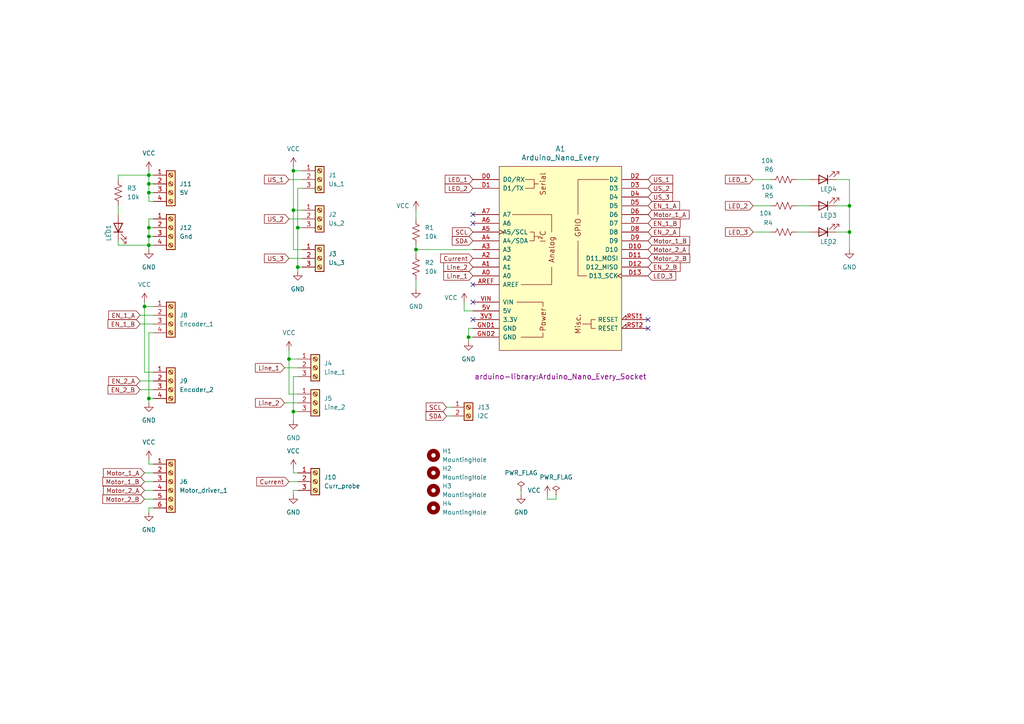
<source format=kicad_sch>
(kicad_sch (version 20231120) (generator "eeschema") (generator_version "8.0")
  (paper "A4")
  (lib_symbols
    (symbol "Connector:Screw_Terminal_01x02" (pin_names (offset 1.016) hide)
      (property "Reference" "J" (at 0 2.54 0))
      (property "Value" "Screw_Terminal_01x02" (at 0 -5.08 0))
      (symbol "Screw_Terminal_01x02_1_1"
        (rectangle (start -1.27 1.27) (end 1.27 -3.81) (stroke (width 0.254)) (fill (type background)))
        (circle (center 0 -2.54) (radius 0.635) (stroke (width 0.1524)))
        (polyline (pts (xy -0.5334 -2.2098) (xy 0.3302 -3.048)) (stroke (width 0.1524)))
        (polyline (pts (xy -0.5334 0.3302) (xy 0.3302 -0.508)) (stroke (width 0.1524)))
        (polyline (pts (xy -0.3556 -2.032) (xy 0.508 -2.8702)) (stroke (width 0.1524)))
        (polyline (pts (xy -0.3556 0.508) (xy 0.508 -0.3302)) (stroke (width 0.1524)))
        (circle (center 0 0) (radius 0.635) (stroke (width 0.1524)))
        (pin passive line (at -5.08 0 0) (length 3.81) (name "Pin_1") (number "1"))
        (pin passive line (at -5.08 -2.54 0) (length 3.81) (name "Pin_2") (number "2"))
      )
    )
    (symbol "Connector:Screw_Terminal_01x03" (pin_names (offset 1.016) hide)
      (property "Reference" "J" (at 0 5.08 0))
      (property "Value" "Screw_Terminal_01x03" (at 0 -5.08 0))
      (symbol "Screw_Terminal_01x03_1_1"
        (rectangle (start -1.27 3.81) (end 1.27 -3.81) (stroke (width 0.254)) (fill (type background)))
        (circle (center 0 -2.54) (radius 0.635) (stroke (width 0.1524)))
        (polyline (pts (xy -0.5334 -2.2098) (xy 0.3302 -3.048)) (stroke (width 0.1524)))
        (polyline (pts (xy -0.5334 0.3302) (xy 0.3302 -0.508)) (stroke (width 0.1524)))
        (polyline (pts (xy -0.5334 2.8702) (xy 0.3302 2.032)) (stroke (width 0.1524)))
        (polyline (pts (xy -0.3556 -2.032) (xy 0.508 -2.8702)) (stroke (width 0.1524)))
        (polyline (pts (xy -0.3556 0.508) (xy 0.508 -0.3302)) (stroke (width 0.1524)))
        (polyline (pts (xy -0.3556 3.048) (xy 0.508 2.2098)) (stroke (width 0.1524)))
        (circle (center 0 0) (radius 0.635) (stroke (width 0.1524)))
        (circle (center 0 2.54) (radius 0.635) (stroke (width 0.1524)))
        (pin passive line (at -5.08 2.54 0) (length 3.81) (name "Pin_1") (number "1"))
        (pin passive line (at -5.08 0 0) (length 3.81) (name "Pin_2") (number "2"))
        (pin passive line (at -5.08 -2.54 0) (length 3.81) (name "Pin_3") (number "3"))
      )
    )
    (symbol "Connector:Screw_Terminal_01x04" (pin_names (offset 1.016) hide)
      (property "Reference" "J" (at 0 5.08 0))
      (property "Value" "Screw_Terminal_01x04" (at 0 -7.62 0))
      (symbol "Screw_Terminal_01x04_1_1"
        (rectangle (start -1.27 3.81) (end 1.27 -6.35) (stroke (width 0.254)) (fill (type background)))
        (circle (center 0 -5.08) (radius 0.635) (stroke (width 0.1524)))
        (circle (center 0 -2.54) (radius 0.635) (stroke (width 0.1524)))
        (polyline (pts (xy -0.5334 -4.7498) (xy 0.3302 -5.588)) (stroke (width 0.1524)))
        (polyline (pts (xy -0.5334 -2.2098) (xy 0.3302 -3.048)) (stroke (width 0.1524)))
        (polyline (pts (xy -0.5334 0.3302) (xy 0.3302 -0.508)) (stroke (width 0.1524)))
        (polyline (pts (xy -0.5334 2.8702) (xy 0.3302 2.032)) (stroke (width 0.1524)))
        (polyline (pts (xy -0.3556 -4.572) (xy 0.508 -5.4102)) (stroke (width 0.1524)))
        (polyline (pts (xy -0.3556 -2.032) (xy 0.508 -2.8702)) (stroke (width 0.1524)))
        (polyline (pts (xy -0.3556 0.508) (xy 0.508 -0.3302)) (stroke (width 0.1524)))
        (polyline (pts (xy -0.3556 3.048) (xy 0.508 2.2098)) (stroke (width 0.1524)))
        (circle (center 0 0) (radius 0.635) (stroke (width 0.1524)))
        (circle (center 0 2.54) (radius 0.635) (stroke (width 0.1524)))
        (pin passive line (at -5.08 2.54 0) (length 3.81) (name "Pin_1") (number "1"))
        (pin passive line (at -5.08 0 0) (length 3.81) (name "Pin_2") (number "2"))
        (pin passive line (at -5.08 -2.54 0) (length 3.81) (name "Pin_3") (number "3"))
        (pin passive line (at -5.08 -5.08 0) (length 3.81) (name "Pin_4") (number "4"))
      )
    )
    (symbol "Connector:Screw_Terminal_01x06" (pin_names (offset 1.016) hide)
      (property "Reference" "J" (at 0 7.62 0))
      (property "Value" "Screw_Terminal_01x06" (at 0 -10.16 0))
      (symbol "Screw_Terminal_01x06_1_1"
        (rectangle (start -1.27 6.35) (end 1.27 -8.89) (stroke (width 0.254)) (fill (type background)))
        (circle (center 0 -7.62) (radius 0.635) (stroke (width 0.1524)))
        (circle (center 0 -5.08) (radius 0.635) (stroke (width 0.1524)))
        (circle (center 0 -2.54) (radius 0.635) (stroke (width 0.1524)))
        (polyline (pts (xy -0.5334 -7.2898) (xy 0.3302 -8.128)) (stroke (width 0.1524)))
        (polyline (pts (xy -0.5334 -4.7498) (xy 0.3302 -5.588)) (stroke (width 0.1524)))
        (polyline (pts (xy -0.5334 -2.2098) (xy 0.3302 -3.048)) (stroke (width 0.1524)))
        (polyline (pts (xy -0.5334 0.3302) (xy 0.3302 -0.508)) (stroke (width 0.1524)))
        (polyline (pts (xy -0.5334 2.8702) (xy 0.3302 2.032)) (stroke (width 0.1524)))
        (polyline (pts (xy -0.5334 5.4102) (xy 0.3302 4.572)) (stroke (width 0.1524)))
        (polyline (pts (xy -0.3556 -7.112) (xy 0.508 -7.9502)) (stroke (width 0.1524)))
        (polyline (pts (xy -0.3556 -4.572) (xy 0.508 -5.4102)) (stroke (width 0.1524)))
        (polyline (pts (xy -0.3556 -2.032) (xy 0.508 -2.8702)) (stroke (width 0.1524)))
        (polyline (pts (xy -0.3556 0.508) (xy 0.508 -0.3302)) (stroke (width 0.1524)))
        (polyline (pts (xy -0.3556 3.048) (xy 0.508 2.2098)) (stroke (width 0.1524)))
        (polyline (pts (xy -0.3556 5.588) (xy 0.508 4.7498)) (stroke (width 0.1524)))
        (circle (center 0 0) (radius 0.635) (stroke (width 0.1524)))
        (circle (center 0 2.54) (radius 0.635) (stroke (width 0.1524)))
        (circle (center 0 5.08) (radius 0.635) (stroke (width 0.1524)))
        (pin passive line (at -5.08 5.08 0) (length 3.81) (name "Pin_1") (number "1"))
        (pin passive line (at -5.08 2.54 0) (length 3.81) (name "Pin_2") (number "2"))
        (pin passive line (at -5.08 0 0) (length 3.81) (name "Pin_3") (number "3"))
        (pin passive line (at -5.08 -2.54 0) (length 3.81) (name "Pin_4") (number "4"))
        (pin passive line (at -5.08 -5.08 0) (length 3.81) (name "Pin_5") (number "5"))
        (pin passive line (at -5.08 -7.62 0) (length 3.81) (name "Pin_6") (number "6"))
      )
    )
    (symbol "Device:R_US" (pin_numbers hide) (pin_names (offset 0))
      (property "Reference" "R" (at 2.54 0 90))
      (property "Value" "R_US" (at -2.54 0 90))
      (symbol "R_US_0_1"
        (polyline (pts (xy 0 -2.286) (xy 0 -2.54)))
        (polyline (pts (xy 0 2.286) (xy 0 2.54)))
        (polyline (pts (xy 0 -0.762) (xy 1.016 -1.143) (xy 0 -1.524) (xy -1.016 -1.905) (xy 0 -2.286)))
        (polyline (pts (xy 0 0.762) (xy 1.016 0.381) (xy 0 0) (xy -1.016 -0.381) (xy 0 -0.762)))
        (polyline (pts (xy 0 2.286) (xy 1.016 1.905) (xy 0 1.524) (xy -1.016 1.143) (xy 0 0.762)))
      )
      (symbol "R_US_1_1"
        (pin passive line (at 0 3.81 270) (length 1.27) (name "~") (number "1"))
        (pin passive line (at 0 -3.81 90) (length 1.27) (name "~") (number "2"))
      )
    )
    (symbol "LED:IR26-21C_L110_TR8" (pin_numbers hide) (pin_names (offset 1.016) hide)
      (property "Reference" "D" (at 0 2.54 0))
      (property "Value" "IR26-21C_L110_TR8" (at 0 -3.81 0))
      (symbol "IR26-21C_L110_TR8_0_1"
        (polyline (pts (xy -1.27 -1.27) (xy -1.27 1.27)) (stroke (width 0.254)))
        (polyline (pts (xy -1.27 0) (xy 1.27 0)))
        (polyline (pts (xy 1.27 -1.27) (xy 1.27 1.27) (xy -1.27 0) (xy 1.27 -1.27)) (stroke (width 0.254)))
        (polyline (pts (xy -3.048 -0.762) (xy -4.572 -2.286) (xy -3.81 -2.286) (xy -4.572 -2.286) (xy -4.572 -1.524)))
        (polyline (pts (xy -1.778 -0.762) (xy -3.302 -2.286) (xy -2.54 -2.286) (xy -3.302 -2.286) (xy -3.302 -1.524)))
      )
      (symbol "IR26-21C_L110_TR8_1_1"
        (pin passive line (at -3.81 0 0) (length 2.54) (name "K") (number "1"))
        (pin passive line (at 3.81 0 180) (length 2.54) (name "A") (number "2"))
      )
    )
    (symbol "Mechanical:MountingHole" (pin_names (offset 1.016))
      (property "Reference" "H" (at 0 5.08 0))
      (property "Value" "MountingHole" (at 0 3.175 0))
      (symbol "MountingHole_0_1"
        (circle (center 0 0) (radius 1.27) (stroke (width 1.27)))
      )
    )
    (symbol "arduino-library:Arduino_Nano_Every_Tile" (pin_names (offset 1.016))
      (property "Reference" "A" (at 0 33.02 0))
      (property "Value" "Arduino_Nano_Every_Tile" (at 0 29.21 0))
      (symbol "Arduino_Nano_Every_Tile_0_0"
        (rectangle (start -17.78 26.67) (end 17.78 -26.67) (fill (type background)))
        (polyline (pts (xy -7.62 6.35) (xy -6.35 6.35)))
        (polyline (pts (xy -7.62 21.59) (xy -6.35 21.59)))
        (polyline (pts (xy 8.89 -19.05) (xy 6.35 -19.05)))
        (polyline (pts (xy -11.43 -22.86) (xy -5.08 -22.86) (xy -5.08 -21.59)))
        (polyline (pts (xy -5.08 -13.97) (xy -5.08 -12.7) (xy -12.7 -12.7)))
        (polyline (pts (xy -10.16 22.86) (xy -7.62 22.86) (xy -7.62 20.32) (xy -10.16 20.32)))
        (polyline (pts (xy -8.89 7.62) (xy -7.62 7.62) (xy -7.62 5.08) (xy -8.89 5.08)))
        (text "Analog" (at -2.54 2.54 900) (effects (font (size 1.524 1.524))))
        (text "I²C" (at -5.08 6.35 900) (effects (font (size 1.524 1.524))))
        (text "Misc." (at 5.08 -19.05 900) (effects (font (size 1.524 1.524))))
        (text "Power" (at -5.08 -17.78 900) (effects (font (size 1.524 1.524))))
        (text "Serial" (at -5.08 21.59 900) (effects (font (size 1.524 1.524))))
      )
      (symbol "Arduino_Nano_Every_Tile_0_1"
        (polyline (pts (xy -13.97 12.7) (xy -2.54 12.7) (xy -2.54 7.62)))
        (polyline (pts (xy -11.43 -7.62) (xy -2.54 -7.62) (xy -2.54 -2.54)))
        (polyline (pts (xy 7.62 -5.08) (xy 5.08 -5.08) (xy 5.08 5.08)))
        (polyline (pts (xy 13.97 22.86) (xy 5.08 22.86) (xy 5.08 12.7)))
        (polyline (pts (xy 10.16 -17.78) (xy 8.89 -17.78) (xy 8.89 -20.32) (xy 10.16 -20.32)))
      )
      (symbol "Arduino_Nano_Every_Tile_1_0"
        (text "GPIO" (at 5.08 8.89 900) (effects (font (size 1.524 1.524))))
      )
      (symbol "Arduino_Nano_Every_Tile_1_1"
        (pin power_out line (at -25.4 -17.78 0) (length 7.62) (name "3.3V") (number "3V3"))
        (pin power_in line (at -25.4 -15.24 0) (length 7.62) (name "5V") (number "5V"))
        (pin bidirectional line (at -25.4 -5.08 0) (length 7.62) (name "A0") (number "A0"))
        (pin bidirectional line (at -25.4 -2.54 0) (length 7.62) (name "A1") (number "A1"))
        (pin bidirectional line (at -25.4 0 0) (length 7.62) (name "A2") (number "A2"))
        (pin bidirectional line (at -25.4 2.54 0) (length 7.62) (name "A3") (number "A3"))
        (pin bidirectional line (at -25.4 5.08 0) (length 7.62) (name "A4/SDA") (number "A4"))
        (pin bidirectional clock (at -25.4 7.62 0) (length 7.62) (name "A5/SCL") (number "A5"))
        (pin input line (at -25.4 10.16 0) (length 7.62) (name "A6") (number "A6"))
        (pin input line (at -25.4 12.7 0) (length 7.62) (name "A7") (number "A7"))
        (pin input line (at -25.4 -7.62 0) (length 7.62) (name "AREF") (number "AREF"))
        (pin bidirectional line (at -25.4 22.86 0) (length 7.62) (name "D0/RX") (number "D0"))
        (pin bidirectional line (at -25.4 20.32 0) (length 7.62) (name "D1/TX") (number "D1"))
        (pin bidirectional line (at 25.4 2.54 180) (length 7.62) (name "D10") (number "D10"))
        (pin bidirectional line (at 25.4 0 180) (length 7.62) (name "D11_MOSI") (number "D11"))
        (pin bidirectional line (at 25.4 -2.54 180) (length 7.62) (name "D12_MISO") (number "D12"))
        (pin bidirectional clock (at 25.4 -5.08 180) (length 7.62) (name "D13_SCK") (number "D13"))
        (pin bidirectional line (at 25.4 22.86 180) (length 7.62) (name "D2") (number "D2"))
        (pin bidirectional line (at 25.4 20.32 180) (length 7.62) (name "D3") (number "D3"))
        (pin bidirectional line (at 25.4 17.78 180) (length 7.62) (name "D4") (number "D4"))
        (pin bidirectional line (at 25.4 15.24 180) (length 7.62) (name "D5") (number "D5"))
        (pin bidirectional line (at 25.4 12.7 180) (length 7.62) (name "D6") (number "D6"))
        (pin bidirectional line (at 25.4 10.16 180) (length 7.62) (name "D7") (number "D7"))
        (pin bidirectional line (at 25.4 7.62 180) (length 7.62) (name "D8") (number "D8"))
        (pin bidirectional line (at 25.4 5.08 180) (length 7.62) (name "D9") (number "D9"))
        (pin power_in line (at -25.4 -20.32 0) (length 7.62) (name "GND") (number "GND1"))
        (pin power_in line (at -25.4 -22.86 0) (length 7.62) (name "GND") (number "GND2"))
        (pin open_collector input_low (at 25.4 -17.78 180) (length 7.62) (name "RESET") (number "RST1"))
        (pin open_collector input_low (at 25.4 -20.32 180) (length 7.62) (name "RESET") (number "RST2"))
        (pin power_in line (at -25.4 -12.7 0) (length 7.62) (name "VIN") (number "VIN"))
      )
    )
    (symbol "power:GND" (power) (pin_names (offset 0))
      (property "Value" "GND" (at 0 -3.81 0))
      (symbol "GND_0_1"
        (polyline (pts (xy 0 0) (xy 0 -1.27) (xy 1.27 -1.27) (xy 0 -2.54) (xy -1.27 -1.27) (xy 0 -1.27)))
      )
      (symbol "GND_1_1"
        (pin power_in line (at 0 0 270) (length 0) hide (name "GND") (number "1"))
      )
    )
    (symbol "power:PWR_FLAG" (power) (pin_numbers hide) (pin_names (offset 0) hide)
      (property "Value" "PWR_FLAG" (at 0 3.81 0))
      (symbol "PWR_FLAG_0_0"
        (pin power_out line (at 0 0 90) (length 0) (name "pwr") (number "1"))
      )
      (symbol "PWR_FLAG_0_1"
        (polyline (pts (xy 0 0) (xy 0 1.27) (xy -1.016 1.905) (xy 0 2.54) (xy 1.016 1.905) (xy 0 1.27)))
      )
    )
    (symbol "power:VCC" (power) (pin_names (offset 0))
      (property "Value" "VCC" (at 0 3.81 0))
      (symbol "VCC_0_1"
        (polyline (pts (xy -0.762 1.27) (xy 0 2.54)))
        (polyline (pts (xy 0 0) (xy 0 2.54)))
        (polyline (pts (xy 0 2.54) (xy 0.762 1.27)))
      )
      (symbol "VCC_1_1"
        (pin power_in line (at 0 0 90) (length 0) hide (name "VCC") (number "1"))
      )
    )
  )
  (junction (at 43.18 53.34))
  (junction (at 135.89 97.79))
  (junction (at 246.38 67.31))
  (junction (at 43.18 115.57))
  (junction (at 85.09 119.38))
  (junction (at 120.65 72.39))
  (junction (at 85.09 49.53))
  (junction (at 43.18 68.58))
  (junction (at 43.18 50.8))
  (junction (at 246.38 59.69))
  (junction (at 41.91 88.9))
  (junction (at 86.36 77.47))
  (junction (at 85.09 60.96))
  (junction (at 43.18 71.12))
  (junction (at 83.82 104.14))
  (junction (at 86.36 66.04))
  (junction (at 43.18 66.04))
  (junction (at 43.18 55.88))
  (no_connect (at 137.16 92.71))
  (no_connect (at 137.16 64.77))
  (no_connect (at 137.16 82.55))
  (no_connect (at 187.96 92.71))
  (no_connect (at 137.16 62.23))
  (no_connect (at 187.96 95.25))
  (no_connect (at 137.16 87.63))
  (wire (pts (xy 43.18 134.62) (xy 44.45 134.62)))
  (wire (pts (xy 40.64 91.44) (xy 44.45 91.44)))
  (wire (pts (xy 43.18 50.8) (xy 44.45 50.8)))
  (wire (pts (xy 120.65 60.96) (xy 120.65 63.5)))
  (wire (pts (xy 43.18 96.52) (xy 44.45 96.52)))
  (wire (pts (xy 135.89 95.25) (xy 137.16 95.25)))
  (wire (pts (xy 41.91 107.95) (xy 41.91 88.9)))
  (wire (pts (xy 246.38 67.31) (xy 246.38 59.69)))
  (wire (pts (xy 86.36 66.04) (xy 86.36 54.61)))
  (wire (pts (xy 242.57 67.31) (xy 246.38 67.31)))
  (wire (pts (xy 43.18 115.57) (xy 43.18 96.52)))
  (wire (pts (xy 246.38 59.69) (xy 246.38 52.07)))
  (wire (pts (xy 43.18 133.35) (xy 43.18 134.62)))
  (wire (pts (xy 120.65 72.39) (xy 120.65 73.66)))
  (wire (pts (xy 231.14 67.31) (xy 234.95 67.31)))
  (wire (pts (xy 41.91 88.9) (xy 44.45 88.9)))
  (wire (pts (xy 86.36 77.47) (xy 86.36 66.04)))
  (wire (pts (xy 86.36 114.3) (xy 83.82 114.3)))
  (wire (pts (xy 231.14 59.69) (xy 234.95 59.69)))
  (wire (pts (xy 85.09 48.26) (xy 85.09 49.53)))
  (wire (pts (xy 34.29 59.69) (xy 34.29 62.23)))
  (wire (pts (xy 43.18 53.34) (xy 44.45 53.34)))
  (wire (pts (xy 85.09 121.92) (xy 85.09 119.38)))
  (wire (pts (xy 44.45 63.5) (xy 43.18 63.5)))
  (wire (pts (xy 40.64 113.03) (xy 44.45 113.03)))
  (wire (pts (xy 41.91 137.16) (xy 44.45 137.16)))
  (wire (pts (xy 85.09 60.96) (xy 85.09 72.39)))
  (wire (pts (xy 135.89 97.79) (xy 137.16 97.79)))
  (wire (pts (xy 41.91 142.24) (xy 44.45 142.24)))
  (wire (pts (xy 82.55 106.68) (xy 86.36 106.68)))
  (wire (pts (xy 34.29 50.8) (xy 34.29 52.07)))
  (wire (pts (xy 34.29 71.12) (xy 43.18 71.12)))
  (wire (pts (xy 85.09 119.38) (xy 85.09 109.22)))
  (wire (pts (xy 246.38 67.31) (xy 246.38 72.39)))
  (wire (pts (xy 43.18 116.84) (xy 43.18 115.57)))
  (wire (pts (xy 86.36 54.61) (xy 87.63 54.61)))
  (wire (pts (xy 137.16 90.17) (xy 134.62 90.17)))
  (wire (pts (xy 85.09 143.51) (xy 85.09 142.24)))
  (wire (pts (xy 85.09 49.53) (xy 87.63 49.53)))
  (wire (pts (xy 43.18 147.32) (xy 44.45 147.32)))
  (wire (pts (xy 161.29 143.51) (xy 161.29 144.78)))
  (wire (pts (xy 43.18 55.88) (xy 43.18 58.42)))
  (wire (pts (xy 218.44 52.07) (xy 223.52 52.07)))
  (wire (pts (xy 43.18 66.04) (xy 44.45 66.04)))
  (wire (pts (xy 85.09 109.22) (xy 86.36 109.22)))
  (wire (pts (xy 85.09 142.24) (xy 86.36 142.24)))
  (wire (pts (xy 231.14 52.07) (xy 234.95 52.07)))
  (wire (pts (xy 161.29 144.78) (xy 158.75 144.78)))
  (wire (pts (xy 85.09 60.96) (xy 87.63 60.96)))
  (wire (pts (xy 120.65 81.28) (xy 120.65 83.82)))
  (wire (pts (xy 85.09 72.39) (xy 87.63 72.39)))
  (wire (pts (xy 43.18 50.8) (xy 34.29 50.8)))
  (wire (pts (xy 41.91 87.63) (xy 41.91 88.9)))
  (wire (pts (xy 43.18 115.57) (xy 44.45 115.57)))
  (wire (pts (xy 43.18 68.58) (xy 43.18 71.12)))
  (wire (pts (xy 41.91 139.7) (xy 44.45 139.7)))
  (wire (pts (xy 43.18 68.58) (xy 44.45 68.58)))
  (wire (pts (xy 40.64 93.98) (xy 44.45 93.98)))
  (wire (pts (xy 218.44 67.31) (xy 223.52 67.31)))
  (wire (pts (xy 43.18 63.5) (xy 43.18 66.04)))
  (wire (pts (xy 86.36 77.47) (xy 87.63 77.47)))
  (wire (pts (xy 44.45 58.42) (xy 43.18 58.42)))
  (wire (pts (xy 40.64 110.49) (xy 44.45 110.49)))
  (wire (pts (xy 43.18 55.88) (xy 44.45 55.88)))
  (wire (pts (xy 86.36 66.04) (xy 87.63 66.04)))
  (wire (pts (xy 120.65 71.12) (xy 120.65 72.39)))
  (wire (pts (xy 43.18 53.34) (xy 43.18 55.88)))
  (wire (pts (xy 129.54 120.65) (xy 130.81 120.65)))
  (wire (pts (xy 135.89 99.06) (xy 135.89 97.79)))
  (wire (pts (xy 83.82 52.07) (xy 87.63 52.07)))
  (wire (pts (xy 129.54 118.11) (xy 130.81 118.11)))
  (wire (pts (xy 151.13 142.24) (xy 151.13 143.51)))
  (wire (pts (xy 43.18 71.12) (xy 43.18 72.39)))
  (wire (pts (xy 83.82 63.5) (xy 87.63 63.5)))
  (wire (pts (xy 158.75 143.51) (xy 158.75 144.78)))
  (wire (pts (xy 242.57 59.69) (xy 246.38 59.69)))
  (wire (pts (xy 43.18 49.53) (xy 43.18 50.8)))
  (wire (pts (xy 246.38 52.07) (xy 242.57 52.07)))
  (wire (pts (xy 44.45 107.95) (xy 41.91 107.95)))
  (wire (pts (xy 85.09 49.53) (xy 85.09 60.96)))
  (wire (pts (xy 86.36 104.14) (xy 83.82 104.14)))
  (wire (pts (xy 83.82 139.7) (xy 86.36 139.7)))
  (wire (pts (xy 43.18 66.04) (xy 43.18 68.58)))
  (wire (pts (xy 43.18 71.12) (xy 44.45 71.12)))
  (wire (pts (xy 43.18 147.32) (xy 43.18 148.59)))
  (wire (pts (xy 85.09 137.16) (xy 86.36 137.16)))
  (wire (pts (xy 83.82 114.3) (xy 83.82 104.14)))
  (wire (pts (xy 83.82 74.93) (xy 87.63 74.93)))
  (wire (pts (xy 41.91 144.78) (xy 44.45 144.78)))
  (wire (pts (xy 85.09 119.38) (xy 86.36 119.38)))
  (wire (pts (xy 43.18 50.8) (xy 43.18 53.34)))
  (wire (pts (xy 135.89 95.25) (xy 135.89 97.79)))
  (wire (pts (xy 85.09 135.89) (xy 85.09 137.16)))
  (wire (pts (xy 218.44 59.69) (xy 223.52 59.69)))
  (wire (pts (xy 134.62 90.17) (xy 134.62 87.63)))
  (wire (pts (xy 120.65 72.39) (xy 137.16 72.39)))
  (wire (pts (xy 82.55 116.84) (xy 86.36 116.84)))
  (wire (pts (xy 86.36 78.74) (xy 86.36 77.47)))
  (wire (pts (xy 83.82 104.14) (xy 83.82 101.6)))
  (wire (pts (xy 34.29 69.85) (xy 34.29 71.12)))
  (global_label "Motor_1_A" (shape input) (at 41.91 137.16 180) (property "Intersheetrefs" "${INTERSHEET_REFS}" (effects (hide yes))))
  (global_label "US_3" (shape input) (at 83.82 74.93 180) (property "Intersheetrefs" "${INTERSHEET_REFS}" (effects (hide yes))))
  (global_label "Motor_2_A" (shape input) (at 187.96 72.39 0) (property "Intersheetrefs" "${INTERSHEET_REFS}" (effects (hide yes))))
  (global_label "LED_1" (shape input) (at 218.44 52.07 180) (property "Intersheetrefs" "${INTERSHEET_REFS}" (effects (hide yes))))
  (global_label "Motor_2_A" (shape input) (at 41.91 142.24 180) (property "Intersheetrefs" "${INTERSHEET_REFS}" (effects (hide yes))))
  (global_label "SCL" (shape input) (at 137.16 67.31 180) (property "Intersheetrefs" "${INTERSHEET_REFS}" (effects (hide yes))))
  (global_label "EN_2_B" (shape input) (at 187.96 77.47 0) (property "Intersheetrefs" "${INTERSHEET_REFS}" (effects (hide yes))))
  (global_label "Line_1" (shape input) (at 82.55 106.68 180) (property "Intersheetrefs" "${INTERSHEET_REFS}" (effects (hide yes))))
  (global_label "EN_2_B" (shape input) (at 40.64 113.03 180) (property "Intersheetrefs" "${INTERSHEET_REFS}" (effects (hide yes))))
  (global_label "LED_3" (shape input) (at 218.44 67.31 180) (property "Intersheetrefs" "${INTERSHEET_REFS}" (effects (hide yes))))
  (global_label "LED_2" (shape input) (at 218.44 59.69 180) (property "Intersheetrefs" "${INTERSHEET_REFS}" (effects (hide yes))))
  (global_label "LED_1" (shape input) (at 137.16 52.07 180) (property "Intersheetrefs" "${INTERSHEET_REFS}" (effects (hide yes))))
  (global_label "EN_1_B" (shape input) (at 187.96 64.77 0) (property "Intersheetrefs" "${INTERSHEET_REFS}" (effects (hide yes))))
  (global_label "US_2" (shape input) (at 187.96 54.61 0) (property "Intersheetrefs" "${INTERSHEET_REFS}" (effects (hide yes))))
  (global_label "SCL" (shape input) (at 129.54 118.11 180) (property "Intersheetrefs" "${INTERSHEET_REFS}" (effects (hide yes))))
  (global_label "SDA" (shape input) (at 137.16 69.85 180) (property "Intersheetrefs" "${INTERSHEET_REFS}" (effects (hide yes))))
  (global_label "Current" (shape input) (at 83.82 139.7 180) (property "Intersheetrefs" "${INTERSHEET_REFS}" (effects (hide yes))))
  (global_label "EN_2_A" (shape input) (at 40.64 110.49 180) (property "Intersheetrefs" "${INTERSHEET_REFS}" (effects (hide yes))))
  (global_label "LED_3" (shape input) (at 187.96 80.01 0) (property "Intersheetrefs" "${INTERSHEET_REFS}" (effects (hide yes))))
  (global_label "US_2" (shape input) (at 83.82 63.5 180) (property "Intersheetrefs" "${INTERSHEET_REFS}" (effects (hide yes))))
  (global_label "US_1" (shape input) (at 83.82 52.07 180) (property "Intersheetrefs" "${INTERSHEET_REFS}" (effects (hide yes))))
  (global_label "EN_1_A" (shape input) (at 40.64 91.44 180) (property "Intersheetrefs" "${INTERSHEET_REFS}" (effects (hide yes))))
  (global_label "EN_1_A" (shape input) (at 187.96 59.69 0) (property "Intersheetrefs" "${INTERSHEET_REFS}" (effects (hide yes))))
  (global_label "EN_1_B" (shape input) (at 40.64 93.98 180) (property "Intersheetrefs" "${INTERSHEET_REFS}" (effects (hide yes))))
  (global_label "US_1" (shape input) (at 187.96 52.07 0) (property "Intersheetrefs" "${INTERSHEET_REFS}" (effects (hide yes))))
  (global_label "Current" (shape input) (at 137.16 74.93 180) (property "Intersheetrefs" "${INTERSHEET_REFS}" (effects (hide yes))))
  (global_label "Line_2" (shape input) (at 137.16 77.47 180) (property "Intersheetrefs" "${INTERSHEET_REFS}" (effects (hide yes))))
  (global_label "LED_2" (shape input) (at 137.16 54.61 180) (property "Intersheetrefs" "${INTERSHEET_REFS}" (effects (hide yes))))
  (global_label "Motor_1_A" (shape input) (at 187.96 62.23 0) (property "Intersheetrefs" "${INTERSHEET_REFS}" (effects (hide yes))))
  (global_label "Motor_1_B" (shape input) (at 187.96 69.85 0) (property "Intersheetrefs" "${INTERSHEET_REFS}" (effects (hide yes))))
  (global_label "Motor_1_B" (shape input) (at 41.91 139.7 180) (property "Intersheetrefs" "${INTERSHEET_REFS}" (effects (hide yes))))
  (global_label "US_3" (shape input) (at 187.96 57.15 0) (property "Intersheetrefs" "${INTERSHEET_REFS}" (effects (hide yes))))
  (global_label "Line_2" (shape input) (at 82.55 116.84 180) (property "Intersheetrefs" "${INTERSHEET_REFS}" (effects (hide yes))))
  (global_label "SDA" (shape input) (at 129.54 120.65 180) (property "Intersheetrefs" "${INTERSHEET_REFS}" (effects (hide yes))))
  (global_label "Line_1" (shape input) (at 137.16 80.01 180) (property "Intersheetrefs" "${INTERSHEET_REFS}" (effects (hide yes))))
  (global_label "Motor_2_B" (shape input) (at 41.91 144.78 180) (property "Intersheetrefs" "${INTERSHEET_REFS}" (effects (hide yes))))
  (global_label "EN_2_A" (shape input) (at 187.96 67.31 0) (property "Intersheetrefs" "${INTERSHEET_REFS}" (effects (hide yes))))
  (global_label "Motor_2_B" (shape input) (at 187.96 74.93 0) (property "Intersheetrefs" "${INTERSHEET_REFS}" (effects (hide yes))))
  (symbol (lib_id "power:GND") (at 135.89 99.06 0) (unit 1)
    (property "Reference" "#PWR014" (effects (hide yes)))
    (property "Value" "GND" (at 135.89 104.14 0))
  )
  (symbol (lib_id "Connector:Screw_Terminal_01x03") (at 91.44 139.7 0) (unit 1)
    (property "Reference" "J10" (at 93.98 138.43 0) (effects (justify left)))
    (property "Value" "Curr_probe" (at 93.98 140.97 0) (effects (justify left)))
    (property "Footprint" "TerminalBlock_TE-Connectivity:TerminalBlock_TE_282834-3_1x03_P2.54mm_Horizontal" (effects (hide yes)))
  )
  (symbol (lib_id "power:VCC") (at 83.82 101.6 0) (unit 1)
    (property "Reference" "#PWR08" (effects (hide yes)))
    (property "Value" "VCC" (at 83.82 96.52 0))
  )
  (symbol (lib_id "Connector:Screw_Terminal_01x03") (at 92.71 63.5 0) (unit 1)
    (property "Reference" "J2" (at 95.25 62.23 0) (effects (justify left)))
    (property "Value" "Us_2" (at 95.25 64.77 0) (effects (justify left)))
    (property "Footprint" "TerminalBlock_TE-Connectivity:TerminalBlock_TE_282834-3_1x03_P2.54mm_Horizontal" (effects (hide yes)))
  )
  (symbol (lib_id "Connector:Screw_Terminal_01x03") (at 92.71 74.93 0) (unit 1)
    (property "Reference" "J3" (at 95.25 73.66 0) (effects (justify left)))
    (property "Value" "Us_3" (at 95.25 76.2 0) (effects (justify left)))
    (property "Footprint" "TerminalBlock_TE-Connectivity:TerminalBlock_TE_282834-3_1x03_P2.54mm_Horizontal" (effects (hide yes)))
  )
  (symbol (lib_id "Connector:Screw_Terminal_01x02") (at 135.89 118.11 0) (unit 1)
    (property "Reference" "J13" (at 138.43 118.11 0) (effects (justify left)))
    (property "Value" "I2C" (at 138.43 120.65 0) (effects (justify left)))
    (property "Footprint" "TerminalBlock_TE-Connectivity:TerminalBlock_TE_282834-2_1x02_P2.54mm_Horizontal" (effects (hide yes)))
  )
  (symbol (lib_id "Mechanical:MountingHole") (at 125.73 142.24 0) (unit 1)
    (property "Reference" "H3" (at 128.27 140.97 0) (effects (justify left)))
    (property "Value" "MountingHole" (at 128.27 143.51 0) (effects (justify left)))
    (property "Footprint" "MountingHole:MountingHole_3.2mm_M3" (effects (hide yes)))
  )
  (symbol (lib_id "LED:IR26-21C_L110_TR8") (at 34.29 66.04 90) (unit 1)
    (property "Reference" "LED1" (at 31.496 67.564 0))
    (property "Value" "~" (at 30.48 67.6275 0))
    (property "Footprint" "LED_SMD:LED_1206_3216Metric" (effects (hide yes)))
    (property "Datasheet" "http://www.everlight.com/file/ProductFile/IR26-21C-L110-TR8.pdf" (effects (hide yes)))
    (property "Description" "940nm, 20 deg, Infrared LED, 1206" (effects (hide yes)))
  )
  (symbol (lib_id "Device:R_US") (at 120.65 77.47 0) (unit 1)
    (property "Reference" "R2" (at 123.19 76.2 0) (effects (justify left)))
    (property "Value" "10k" (at 123.19 78.74 0) (effects (justify left)))
    (property "Footprint" "Resistor_SMD:R_1206_3216Metric" (effects (hide yes)))
  )
  (symbol (lib_id "LED:IR26-21C_L110_TR8") (at 238.76 52.07 180) (unit 1)
    (property "Reference" "LED4" (at 240.284 54.864 0))
    (property "Value" "~" (at 240.3475 55.88 0))
    (property "Footprint" "LED_SMD:LED_1206_3216Metric" (effects (hide yes)))
    (property "Datasheet" "http://www.everlight.com/file/ProductFile/IR26-21C-L110-TR8.pdf" (effects (hide yes)))
    (property "Description" "940nm, 20 deg, Infrared LED, 1206" (effects (hide yes)))
  )
  (symbol (lib_id "power:VCC") (at 120.65 60.96 0) (unit 1)
    (property "Reference" "#PWR016" (effects (hide yes)))
    (property "Value" "VCC" (at 116.84 59.69 0))
  )
  (symbol (lib_id "power:VCC") (at 85.09 135.89 0) (unit 1)
    (property "Reference" "#PWR09" (effects (hide yes)))
    (property "Value" "VCC" (at 85.09 130.81 0))
  )
  (symbol (lib_id "LED:IR26-21C_L110_TR8") (at 238.76 59.69 180) (unit 1)
    (property "Reference" "LED3" (at 240.284 62.484 0))
    (property "Value" "~" (at 240.3475 63.5 0))
    (property "Footprint" "LED_SMD:LED_1206_3216Metric" (effects (hide yes)))
    (property "Datasheet" "http://www.everlight.com/file/ProductFile/IR26-21C-L110-TR8.pdf" (effects (hide yes)))
    (property "Description" "940nm, 20 deg, Infrared LED, 1206" (effects (hide yes)))
  )
  (symbol (lib_id "Mechanical:MountingHole") (at 125.73 132.08 0) (unit 1)
    (property "Reference" "H1" (at 128.27 130.81 0) (effects (justify left)))
    (property "Value" "MountingHole" (at 128.27 133.35 0) (effects (justify left)))
    (property "Footprint" "MountingHole:MountingHole_3.2mm_M3" (effects (hide yes)))
  )
  (symbol (lib_id "Connector:Screw_Terminal_01x04") (at 49.53 53.34 0) (unit 1)
    (property "Reference" "J11" (at 52.07 53.34 0) (effects (justify left)))
    (property "Value" "5V" (at 52.07 55.88 0) (effects (justify left)))
    (property "Footprint" "TerminalBlock_TE-Connectivity:TerminalBlock_TE_282834-4_1x04_P2.54mm_Horizontal" (effects (hide yes)))
  )
  (symbol (lib_id "power:VCC") (at 85.09 48.26 0) (unit 1)
    (property "Reference" "#PWR07" (effects (hide yes)))
    (property "Value" "VCC" (at 85.09 43.18 0))
  )
  (symbol (lib_id "power:VCC") (at 43.18 49.53 0) (unit 1)
    (property "Reference" "#PWR011" (effects (hide yes)))
    (property "Value" "VCC" (at 43.18 44.45 0))
  )
  (symbol (lib_id "Connector:Screw_Terminal_01x04") (at 49.53 66.04 0) (unit 1)
    (property "Reference" "J12" (at 52.07 66.04 0) (effects (justify left)))
    (property "Value" "Gnd" (at 52.07 68.58 0) (effects (justify left)))
    (property "Footprint" "TerminalBlock_TE-Connectivity:TerminalBlock_TE_282834-4_1x04_P2.54mm_Horizontal" (effects (hide yes)))
  )
  (symbol (lib_id "power:VCC") (at 41.91 87.63 0) (unit 1)
    (property "Reference" "#PWR01" (effects (hide yes)))
    (property "Value" "VCC" (at 41.91 82.55 0))
  )
  (symbol (lib_id "Connector:Screw_Terminal_01x04") (at 49.53 110.49 0) (unit 1)
    (property "Reference" "J9" (at 52.07 110.49 0) (effects (justify left)))
    (property "Value" "Encoder_2" (at 52.07 113.03 0) (effects (justify left)))
    (property "Footprint" "TerminalBlock_TE-Connectivity:TerminalBlock_TE_282834-4_1x04_P2.54mm_Horizontal" (effects (hide yes)))
  )
  (symbol (lib_id "power:GND") (at 86.36 78.74 0) (unit 1)
    (property "Reference" "#PWR05" (effects (hide yes)))
    (property "Value" "GND" (at 86.36 83.82 0))
  )
  (symbol (lib_id "arduino-library:Arduino_Nano_Every_Tile") (at 162.56 74.93 0) (unit 1)
    (property "Reference" "A1" (at 162.56 43.18 0) (effects (font (size 1.524 1.524))))
    (property "Value" "Arduino_Nano_Every" (at 162.56 45.72 0) (effects (font (size 1.524 1.524))))
    (property "Footprint" "arduino-library:Arduino_Nano_Every_Socket" (at 162.56 109.22 0) (effects (font (size 1.524 1.524))))
    (property "Datasheet" "https://docs.arduino.cc/hardware/nano-every" (effects (hide yes)))
  )
  (symbol (lib_id "power:GND") (at 85.09 143.51 0) (unit 1)
    (property "Reference" "#PWR02" (effects (hide yes)))
    (property "Value" "GND" (at 85.09 148.59 0))
  )
  (symbol (lib_id "Device:R_US") (at 34.29 55.88 0) (unit 1)
    (property "Reference" "R3" (at 36.83 54.61 0) (effects (justify left)))
    (property "Value" "10k" (at 36.83 57.15 0) (effects (justify left)))
    (property "Footprint" "Resistor_SMD:R_1206_3216Metric" (effects (hide yes)))
  )
  (symbol (lib_id "power:GND") (at 43.18 72.39 0) (unit 1)
    (property "Reference" "#PWR012" (effects (hide yes)))
    (property "Value" "GND" (at 43.18 77.47 0))
  )
  (symbol (lib_id "power:GND") (at 43.18 148.59 0) (unit 1)
    (property "Reference" "#PWR06" (effects (hide yes)))
    (property "Value" "GND" (at 43.18 153.67 0))
  )
  (symbol (lib_id "Mechanical:MountingHole") (at 125.73 147.32 0) (unit 1)
    (property "Reference" "H4" (at 128.27 146.05 0) (effects (justify left)))
    (property "Value" "MountingHole" (at 128.27 148.59 0) (effects (justify left)))
    (property "Footprint" "MountingHole:MountingHole_3.2mm_M3" (effects (hide yes)))
  )
  (symbol (lib_id "Connector:Screw_Terminal_01x03") (at 92.71 52.07 0) (unit 1)
    (property "Reference" "J1" (at 95.25 50.8 0) (effects (justify left)))
    (property "Value" "Us_1" (at 95.25 53.34 0) (effects (justify left)))
    (property "Footprint" "TerminalBlock_TE-Connectivity:TerminalBlock_TE_282834-3_1x03_P2.54mm_Horizontal" (effects (hide yes)))
  )
  (symbol (lib_id "Device:R_US") (at 227.33 59.69 90) (unit 1)
    (property "Reference" "R5" (at 224.409 56.769 90) (effects (justify left)))
    (property "Value" "10k" (at 224.409 54.229 90) (effects (justify left)))
    (property "Footprint" "Resistor_SMD:R_1206_3216Metric" (effects (hide yes)))
  )
  (symbol (lib_id "power:VCC") (at 158.75 143.51 0) (unit 1)
    (property "Reference" "#PWR018" (effects (hide yes)))
    (property "Value" "VCC" (at 154.94 142.24 0))
  )
  (symbol (lib_id "power:PWR_FLAG") (at 161.29 143.51 0) (unit 1)
    (property "Reference" "#FLG01" (effects (hide yes)))
    (property "Value" "PWR_FLAG" (at 161.29 138.43 0))
  )
  (symbol (lib_id "power:GND") (at 43.18 116.84 0) (unit 1)
    (property "Reference" "#PWR03" (effects (hide yes)))
    (property "Value" "GND" (at 43.18 121.92 0))
  )
  (symbol (lib_id "power:GND") (at 151.13 143.51 0) (unit 1)
    (property "Reference" "#PWR017" (effects (hide yes)))
    (property "Value" "GND" (at 151.13 148.59 0))
  )
  (symbol (lib_id "power:VCC") (at 43.18 133.35 0) (unit 1)
    (property "Reference" "#PWR04" (effects (hide yes)))
    (property "Value" "VCC" (at 43.18 128.27 0))
  )
  (symbol (lib_id "power:GND") (at 120.65 83.82 0) (unit 1)
    (property "Reference" "#PWR015" (effects (hide yes)))
    (property "Value" "GND" (at 120.65 88.9 0))
  )
  (symbol (lib_id "LED:IR26-21C_L110_TR8") (at 238.76 67.31 180) (unit 1)
    (property "Reference" "LED2" (at 240.284 70.104 0))
    (property "Value" "~" (at 240.3475 71.12 0))
    (property "Footprint" "LED_SMD:LED_1206_3216Metric" (effects (hide yes)))
    (property "Datasheet" "http://www.everlight.com/file/ProductFile/IR26-21C-L110-TR8.pdf" (effects (hide yes)))
    (property "Description" "940nm, 20 deg, Infrared LED, 1206" (effects (hide yes)))
  )
  (symbol (lib_id "power:GND") (at 85.09 121.92 0) (unit 1)
    (property "Reference" "#PWR010" (effects (hide yes)))
    (property "Value" "GND" (at 85.09 127 0))
  )
  (symbol (lib_id "Connector:Screw_Terminal_01x04") (at 49.53 91.44 0) (unit 1)
    (property "Reference" "J8" (at 52.07 91.44 0) (effects (justify left)))
    (property "Value" "Encoder_1" (at 52.07 93.98 0) (effects (justify left)))
    (property "Footprint" "TerminalBlock_TE-Connectivity:TerminalBlock_TE_282834-4_1x04_P2.54mm_Horizontal" (effects (hide yes)))
  )
  (symbol (lib_id "power:PWR_FLAG") (at 151.13 142.24 0) (unit 1)
    (property "Reference" "#FLG02" (effects (hide yes)))
    (property "Value" "PWR_FLAG" (at 151.13 137.16 0))
  )
  (symbol (lib_id "power:VCC") (at 134.62 87.63 0) (unit 1)
    (property "Reference" "#PWR013" (effects (hide yes)))
    (property "Value" "VCC" (at 130.81 86.36 0))
  )
  (symbol (lib_id "Connector:Screw_Terminal_01x03") (at 91.44 116.84 0) (unit 1)
    (property "Reference" "J5" (at 93.98 115.57 0) (effects (justify left)))
    (property "Value" "Line_2" (at 93.98 118.11 0) (effects (justify left)))
    (property "Footprint" "TerminalBlock_TE-Connectivity:TerminalBlock_TE_282834-3_1x03_P2.54mm_Horizontal" (effects (hide yes)))
  )
  (symbol (lib_id "Connector:Screw_Terminal_01x06") (at 49.53 139.7 0) (unit 1)
    (property "Reference" "J6" (at 52.07 139.7 0) (effects (justify left)))
    (property "Value" "Motor_driver_1" (at 52.07 142.24 0) (effects (justify left)))
    (property "Footprint" "TerminalBlock_TE-Connectivity:TerminalBlock_TE_282834-6_1x06_P2.54mm_Horizontal" (effects (hide yes)))
  )
  (symbol (lib_id "Device:R_US") (at 227.33 52.07 90) (unit 1)
    (property "Reference" "R6" (at 224.409 49.149 90) (effects (justify left)))
    (property "Value" "10k" (at 224.409 46.609 90) (effects (justify left)))
    (property "Footprint" "Resistor_SMD:R_1206_3216Metric" (effects (hide yes)))
  )
  (symbol (lib_id "Mechanical:MountingHole") (at 125.73 137.16 0) (unit 1)
    (property "Reference" "H2" (at 128.27 135.89 0) (effects (justify left)))
    (property "Value" "MountingHole" (at 128.27 138.43 0) (effects (justify left)))
    (property "Footprint" "MountingHole:MountingHole_3.2mm_M3" (effects (hide yes)))
  )
  (symbol (lib_id "Connector:Screw_Terminal_01x03") (at 91.44 106.68 0) (unit 1)
    (property "Reference" "J4" (at 93.98 105.41 0) (effects (justify left)))
    (property "Value" "Line_1" (at 93.98 107.95 0) (effects (justify left)))
    (property "Footprint" "TerminalBlock_TE-Connectivity:TerminalBlock_TE_282834-3_1x03_P2.54mm_Horizontal" (effects (hide yes)))
  )
  (symbol (lib_id "Device:R_US") (at 120.65 67.31 0) (unit 1)
    (property "Reference" "R1" (at 123.19 66.04 0) (effects (justify left)))
    (property "Value" "10k" (at 123.19 68.58 0) (effects (justify left)))
    (property "Footprint" "Resistor_SMD:R_1206_3216Metric" (effects (hide yes)))
  )
  (symbol (lib_id "Device:R_US") (at 227.33 67.31 90) (unit 1)
    (property "Reference" "R4" (at 224.155 64.643 90) (effects (justify left)))
    (property "Value" "10k" (at 223.901 61.849 90) (effects (justify left)))
    (property "Footprint" "Resistor_SMD:R_1206_3216Metric" (effects (hide yes)))
  )
  (symbol (lib_id "power:GND") (at 246.38 72.39 0) (unit 1)
    (property "Reference" "#PWR019" (effects (hide yes)))
    (property "Value" "GND" (at 246.38 77.47 0))
  )
)
</source>
